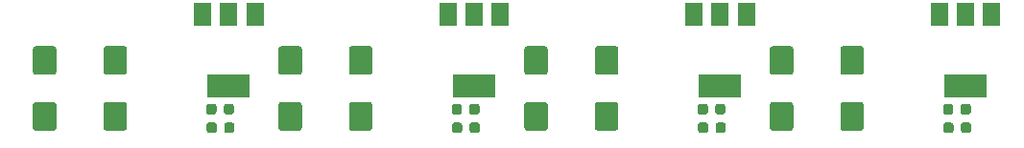
<source format=gbr>
%TF.GenerationSoftware,KiCad,Pcbnew,(5.1.10)-1*%
%TF.CreationDate,2022-01-19T08:42:29+07:00*%
%TF.ProjectId,PCB_2x_pnlz1_4,5043425f-3278-45f7-906e-6c7a315f342e,rev?*%
%TF.SameCoordinates,Original*%
%TF.FileFunction,Paste,Top*%
%TF.FilePolarity,Positive*%
%FSLAX46Y46*%
G04 Gerber Fmt 4.6, Leading zero omitted, Abs format (unit mm)*
G04 Created by KiCad (PCBNEW (5.1.10)-1) date 2022-01-19 08:42:29*
%MOMM*%
%LPD*%
G01*
G04 APERTURE LIST*
%ADD10R,1.500000X2.000000*%
%ADD11R,3.800000X2.000000*%
G04 APERTURE END LIST*
%TO.C,C8*%
G36*
G01*
X67089500Y-128676000D02*
X67089500Y-126626000D01*
G75*
G02*
X67339500Y-126376000I250000J0D01*
G01*
X68914500Y-126376000D01*
G75*
G02*
X69164500Y-126626000I0J-250000D01*
G01*
X69164500Y-128676000D01*
G75*
G02*
X68914500Y-128926000I-250000J0D01*
G01*
X67339500Y-128926000D01*
G75*
G02*
X67089500Y-128676000I0J250000D01*
G01*
G37*
G36*
G01*
X73314500Y-128676000D02*
X73314500Y-126626000D01*
G75*
G02*
X73564500Y-126376000I250000J0D01*
G01*
X75139500Y-126376000D01*
G75*
G02*
X75389500Y-126626000I0J-250000D01*
G01*
X75389500Y-128676000D01*
G75*
G02*
X75139500Y-128926000I-250000J0D01*
G01*
X73564500Y-128926000D01*
G75*
G02*
X73314500Y-128676000I0J250000D01*
G01*
G37*
%TD*%
%TO.C,C15*%
G36*
G01*
X82385000Y-127266000D02*
X82385000Y-126766000D01*
G75*
G02*
X82610000Y-126541000I225000J0D01*
G01*
X83060000Y-126541000D01*
G75*
G02*
X83285000Y-126766000I0J-225000D01*
G01*
X83285000Y-127266000D01*
G75*
G02*
X83060000Y-127491000I-225000J0D01*
G01*
X82610000Y-127491000D01*
G75*
G02*
X82385000Y-127266000I0J225000D01*
G01*
G37*
G36*
G01*
X83935000Y-127266000D02*
X83935000Y-126766000D01*
G75*
G02*
X84160000Y-126541000I225000J0D01*
G01*
X84610000Y-126541000D01*
G75*
G02*
X84835000Y-126766000I0J-225000D01*
G01*
X84835000Y-127266000D01*
G75*
G02*
X84610000Y-127491000I-225000J0D01*
G01*
X84160000Y-127491000D01*
G75*
G02*
X83935000Y-127266000I0J225000D01*
G01*
G37*
%TD*%
%TO.C,C16*%
G36*
G01*
X82411000Y-128917000D02*
X82411000Y-128417000D01*
G75*
G02*
X82636000Y-128192000I225000J0D01*
G01*
X83086000Y-128192000D01*
G75*
G02*
X83311000Y-128417000I0J-225000D01*
G01*
X83311000Y-128917000D01*
G75*
G02*
X83086000Y-129142000I-225000J0D01*
G01*
X82636000Y-129142000D01*
G75*
G02*
X82411000Y-128917000I0J225000D01*
G01*
G37*
G36*
G01*
X83961000Y-128917000D02*
X83961000Y-128417000D01*
G75*
G02*
X84186000Y-128192000I225000J0D01*
G01*
X84636000Y-128192000D01*
G75*
G02*
X84861000Y-128417000I0J-225000D01*
G01*
X84861000Y-128917000D01*
G75*
G02*
X84636000Y-129142000I-225000J0D01*
G01*
X84186000Y-129142000D01*
G75*
G02*
X83961000Y-128917000I0J225000D01*
G01*
G37*
%TD*%
%TO.C,C15*%
G36*
G01*
X127285000Y-127266000D02*
X127285000Y-126766000D01*
G75*
G02*
X127510000Y-126541000I225000J0D01*
G01*
X127960000Y-126541000D01*
G75*
G02*
X128185000Y-126766000I0J-225000D01*
G01*
X128185000Y-127266000D01*
G75*
G02*
X127960000Y-127491000I-225000J0D01*
G01*
X127510000Y-127491000D01*
G75*
G02*
X127285000Y-127266000I0J225000D01*
G01*
G37*
G36*
G01*
X125735000Y-127266000D02*
X125735000Y-126766000D01*
G75*
G02*
X125960000Y-126541000I225000J0D01*
G01*
X126410000Y-126541000D01*
G75*
G02*
X126635000Y-126766000I0J-225000D01*
G01*
X126635000Y-127266000D01*
G75*
G02*
X126410000Y-127491000I-225000J0D01*
G01*
X125960000Y-127491000D01*
G75*
G02*
X125735000Y-127266000I0J225000D01*
G01*
G37*
%TD*%
%TO.C,C8*%
G36*
G01*
X116664500Y-128676000D02*
X116664500Y-126626000D01*
G75*
G02*
X116914500Y-126376000I250000J0D01*
G01*
X118489500Y-126376000D01*
G75*
G02*
X118739500Y-126626000I0J-250000D01*
G01*
X118739500Y-128676000D01*
G75*
G02*
X118489500Y-128926000I-250000J0D01*
G01*
X116914500Y-128926000D01*
G75*
G02*
X116664500Y-128676000I0J250000D01*
G01*
G37*
G36*
G01*
X110439500Y-128676000D02*
X110439500Y-126626000D01*
G75*
G02*
X110689500Y-126376000I250000J0D01*
G01*
X112264500Y-126376000D01*
G75*
G02*
X112514500Y-126626000I0J-250000D01*
G01*
X112514500Y-128676000D01*
G75*
G02*
X112264500Y-128926000I-250000J0D01*
G01*
X110689500Y-128926000D01*
G75*
G02*
X110439500Y-128676000I0J250000D01*
G01*
G37*
%TD*%
%TO.C,C7*%
G36*
G01*
X116666500Y-123723000D02*
X116666500Y-121673000D01*
G75*
G02*
X116916500Y-121423000I250000J0D01*
G01*
X118491500Y-121423000D01*
G75*
G02*
X118741500Y-121673000I0J-250000D01*
G01*
X118741500Y-123723000D01*
G75*
G02*
X118491500Y-123973000I-250000J0D01*
G01*
X116916500Y-123973000D01*
G75*
G02*
X116666500Y-123723000I0J250000D01*
G01*
G37*
G36*
G01*
X110441500Y-123723000D02*
X110441500Y-121673000D01*
G75*
G02*
X110691500Y-121423000I250000J0D01*
G01*
X112266500Y-121423000D01*
G75*
G02*
X112516500Y-121673000I0J-250000D01*
G01*
X112516500Y-123723000D01*
G75*
G02*
X112266500Y-123973000I-250000J0D01*
G01*
X110691500Y-123973000D01*
G75*
G02*
X110441500Y-123723000I0J250000D01*
G01*
G37*
%TD*%
D10*
%TO.C,U1*%
X130021000Y-118634000D03*
X125421000Y-118634000D03*
X127721000Y-118634000D03*
D11*
X127721000Y-124934000D03*
%TD*%
%TO.C,C16*%
G36*
G01*
X127311000Y-128917000D02*
X127311000Y-128417000D01*
G75*
G02*
X127536000Y-128192000I225000J0D01*
G01*
X127986000Y-128192000D01*
G75*
G02*
X128211000Y-128417000I0J-225000D01*
G01*
X128211000Y-128917000D01*
G75*
G02*
X127986000Y-129142000I-225000J0D01*
G01*
X127536000Y-129142000D01*
G75*
G02*
X127311000Y-128917000I0J225000D01*
G01*
G37*
G36*
G01*
X125761000Y-128917000D02*
X125761000Y-128417000D01*
G75*
G02*
X125986000Y-128192000I225000J0D01*
G01*
X126436000Y-128192000D01*
G75*
G02*
X126661000Y-128417000I0J-225000D01*
G01*
X126661000Y-128917000D01*
G75*
G02*
X126436000Y-129142000I-225000J0D01*
G01*
X125986000Y-129142000D01*
G75*
G02*
X125761000Y-128917000I0J225000D01*
G01*
G37*
%TD*%
%TO.C,C7*%
G36*
G01*
X67091500Y-123723000D02*
X67091500Y-121673000D01*
G75*
G02*
X67341500Y-121423000I250000J0D01*
G01*
X68916500Y-121423000D01*
G75*
G02*
X69166500Y-121673000I0J-250000D01*
G01*
X69166500Y-123723000D01*
G75*
G02*
X68916500Y-123973000I-250000J0D01*
G01*
X67341500Y-123973000D01*
G75*
G02*
X67091500Y-123723000I0J250000D01*
G01*
G37*
G36*
G01*
X73316500Y-123723000D02*
X73316500Y-121673000D01*
G75*
G02*
X73566500Y-121423000I250000J0D01*
G01*
X75141500Y-121423000D01*
G75*
G02*
X75391500Y-121673000I0J-250000D01*
G01*
X75391500Y-123723000D01*
G75*
G02*
X75141500Y-123973000I-250000J0D01*
G01*
X73566500Y-123973000D01*
G75*
G02*
X73316500Y-123723000I0J250000D01*
G01*
G37*
%TD*%
%TO.C,U1*%
X106071000Y-124934000D03*
D10*
X106071000Y-118634000D03*
X103771000Y-118634000D03*
X108371000Y-118634000D03*
%TD*%
D11*
%TO.C,U1*%
X62721000Y-124934000D03*
D10*
X62721000Y-118634000D03*
X60421000Y-118634000D03*
X65021000Y-118634000D03*
%TD*%
%TO.C,C8*%
G36*
G01*
X45439500Y-128676000D02*
X45439500Y-126626000D01*
G75*
G02*
X45689500Y-126376000I250000J0D01*
G01*
X47264500Y-126376000D01*
G75*
G02*
X47514500Y-126626000I0J-250000D01*
G01*
X47514500Y-128676000D01*
G75*
G02*
X47264500Y-128926000I-250000J0D01*
G01*
X45689500Y-128926000D01*
G75*
G02*
X45439500Y-128676000I0J250000D01*
G01*
G37*
G36*
G01*
X51664500Y-128676000D02*
X51664500Y-126626000D01*
G75*
G02*
X51914500Y-126376000I250000J0D01*
G01*
X53489500Y-126376000D01*
G75*
G02*
X53739500Y-126626000I0J-250000D01*
G01*
X53739500Y-128676000D01*
G75*
G02*
X53489500Y-128926000I-250000J0D01*
G01*
X51914500Y-128926000D01*
G75*
G02*
X51664500Y-128676000I0J250000D01*
G01*
G37*
%TD*%
%TO.C,C15*%
G36*
G01*
X60735000Y-127266000D02*
X60735000Y-126766000D01*
G75*
G02*
X60960000Y-126541000I225000J0D01*
G01*
X61410000Y-126541000D01*
G75*
G02*
X61635000Y-126766000I0J-225000D01*
G01*
X61635000Y-127266000D01*
G75*
G02*
X61410000Y-127491000I-225000J0D01*
G01*
X60960000Y-127491000D01*
G75*
G02*
X60735000Y-127266000I0J225000D01*
G01*
G37*
G36*
G01*
X62285000Y-127266000D02*
X62285000Y-126766000D01*
G75*
G02*
X62510000Y-126541000I225000J0D01*
G01*
X62960000Y-126541000D01*
G75*
G02*
X63185000Y-126766000I0J-225000D01*
G01*
X63185000Y-127266000D01*
G75*
G02*
X62960000Y-127491000I-225000J0D01*
G01*
X62510000Y-127491000D01*
G75*
G02*
X62285000Y-127266000I0J225000D01*
G01*
G37*
%TD*%
%TO.C,C16*%
G36*
G01*
X60761000Y-128917000D02*
X60761000Y-128417000D01*
G75*
G02*
X60986000Y-128192000I225000J0D01*
G01*
X61436000Y-128192000D01*
G75*
G02*
X61661000Y-128417000I0J-225000D01*
G01*
X61661000Y-128917000D01*
G75*
G02*
X61436000Y-129142000I-225000J0D01*
G01*
X60986000Y-129142000D01*
G75*
G02*
X60761000Y-128917000I0J225000D01*
G01*
G37*
G36*
G01*
X62311000Y-128917000D02*
X62311000Y-128417000D01*
G75*
G02*
X62536000Y-128192000I225000J0D01*
G01*
X62986000Y-128192000D01*
G75*
G02*
X63211000Y-128417000I0J-225000D01*
G01*
X63211000Y-128917000D01*
G75*
G02*
X62986000Y-129142000I-225000J0D01*
G01*
X62536000Y-129142000D01*
G75*
G02*
X62311000Y-128917000I0J225000D01*
G01*
G37*
%TD*%
D11*
%TO.C,U1*%
X84371000Y-124934000D03*
D10*
X84371000Y-118634000D03*
X82071000Y-118634000D03*
X86671000Y-118634000D03*
%TD*%
%TO.C,C16*%
G36*
G01*
X104111000Y-128917000D02*
X104111000Y-128417000D01*
G75*
G02*
X104336000Y-128192000I225000J0D01*
G01*
X104786000Y-128192000D01*
G75*
G02*
X105011000Y-128417000I0J-225000D01*
G01*
X105011000Y-128917000D01*
G75*
G02*
X104786000Y-129142000I-225000J0D01*
G01*
X104336000Y-129142000D01*
G75*
G02*
X104111000Y-128917000I0J225000D01*
G01*
G37*
G36*
G01*
X105661000Y-128917000D02*
X105661000Y-128417000D01*
G75*
G02*
X105886000Y-128192000I225000J0D01*
G01*
X106336000Y-128192000D01*
G75*
G02*
X106561000Y-128417000I0J-225000D01*
G01*
X106561000Y-128917000D01*
G75*
G02*
X106336000Y-129142000I-225000J0D01*
G01*
X105886000Y-129142000D01*
G75*
G02*
X105661000Y-128917000I0J225000D01*
G01*
G37*
%TD*%
%TO.C,C15*%
G36*
G01*
X104085000Y-127266000D02*
X104085000Y-126766000D01*
G75*
G02*
X104310000Y-126541000I225000J0D01*
G01*
X104760000Y-126541000D01*
G75*
G02*
X104985000Y-126766000I0J-225000D01*
G01*
X104985000Y-127266000D01*
G75*
G02*
X104760000Y-127491000I-225000J0D01*
G01*
X104310000Y-127491000D01*
G75*
G02*
X104085000Y-127266000I0J225000D01*
G01*
G37*
G36*
G01*
X105635000Y-127266000D02*
X105635000Y-126766000D01*
G75*
G02*
X105860000Y-126541000I225000J0D01*
G01*
X106310000Y-126541000D01*
G75*
G02*
X106535000Y-126766000I0J-225000D01*
G01*
X106535000Y-127266000D01*
G75*
G02*
X106310000Y-127491000I-225000J0D01*
G01*
X105860000Y-127491000D01*
G75*
G02*
X105635000Y-127266000I0J225000D01*
G01*
G37*
%TD*%
%TO.C,C8*%
G36*
G01*
X88789500Y-128676000D02*
X88789500Y-126626000D01*
G75*
G02*
X89039500Y-126376000I250000J0D01*
G01*
X90614500Y-126376000D01*
G75*
G02*
X90864500Y-126626000I0J-250000D01*
G01*
X90864500Y-128676000D01*
G75*
G02*
X90614500Y-128926000I-250000J0D01*
G01*
X89039500Y-128926000D01*
G75*
G02*
X88789500Y-128676000I0J250000D01*
G01*
G37*
G36*
G01*
X95014500Y-128676000D02*
X95014500Y-126626000D01*
G75*
G02*
X95264500Y-126376000I250000J0D01*
G01*
X96839500Y-126376000D01*
G75*
G02*
X97089500Y-126626000I0J-250000D01*
G01*
X97089500Y-128676000D01*
G75*
G02*
X96839500Y-128926000I-250000J0D01*
G01*
X95264500Y-128926000D01*
G75*
G02*
X95014500Y-128676000I0J250000D01*
G01*
G37*
%TD*%
%TO.C,C7*%
G36*
G01*
X88791500Y-123723000D02*
X88791500Y-121673000D01*
G75*
G02*
X89041500Y-121423000I250000J0D01*
G01*
X90616500Y-121423000D01*
G75*
G02*
X90866500Y-121673000I0J-250000D01*
G01*
X90866500Y-123723000D01*
G75*
G02*
X90616500Y-123973000I-250000J0D01*
G01*
X89041500Y-123973000D01*
G75*
G02*
X88791500Y-123723000I0J250000D01*
G01*
G37*
G36*
G01*
X95016500Y-123723000D02*
X95016500Y-121673000D01*
G75*
G02*
X95266500Y-121423000I250000J0D01*
G01*
X96841500Y-121423000D01*
G75*
G02*
X97091500Y-121673000I0J-250000D01*
G01*
X97091500Y-123723000D01*
G75*
G02*
X96841500Y-123973000I-250000J0D01*
G01*
X95266500Y-123973000D01*
G75*
G02*
X95016500Y-123723000I0J250000D01*
G01*
G37*
%TD*%
%TO.C,C7*%
G36*
G01*
X45441500Y-123723000D02*
X45441500Y-121673000D01*
G75*
G02*
X45691500Y-121423000I250000J0D01*
G01*
X47266500Y-121423000D01*
G75*
G02*
X47516500Y-121673000I0J-250000D01*
G01*
X47516500Y-123723000D01*
G75*
G02*
X47266500Y-123973000I-250000J0D01*
G01*
X45691500Y-123973000D01*
G75*
G02*
X45441500Y-123723000I0J250000D01*
G01*
G37*
G36*
G01*
X51666500Y-123723000D02*
X51666500Y-121673000D01*
G75*
G02*
X51916500Y-121423000I250000J0D01*
G01*
X53491500Y-121423000D01*
G75*
G02*
X53741500Y-121673000I0J-250000D01*
G01*
X53741500Y-123723000D01*
G75*
G02*
X53491500Y-123973000I-250000J0D01*
G01*
X51916500Y-123973000D01*
G75*
G02*
X51666500Y-123723000I0J250000D01*
G01*
G37*
%TD*%
M02*

</source>
